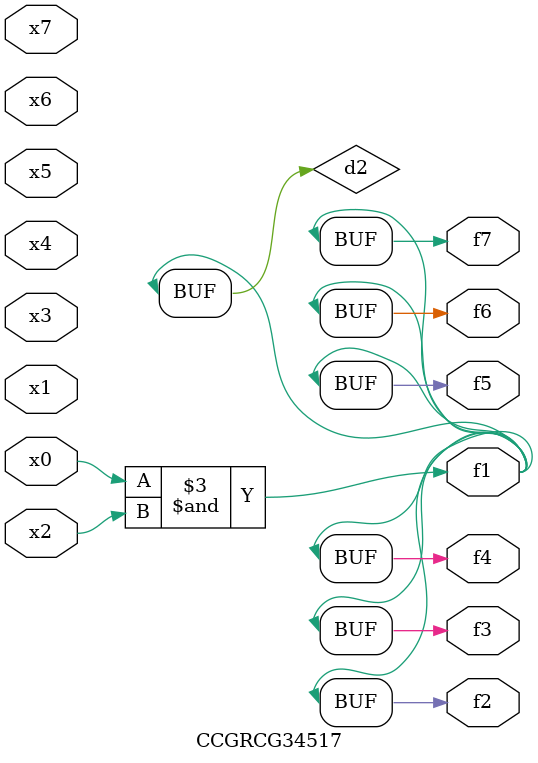
<source format=v>
module CCGRCG34517(
	input x0, x1, x2, x3, x4, x5, x6, x7,
	output f1, f2, f3, f4, f5, f6, f7
);

	wire d1, d2;

	nor (d1, x3, x6);
	and (d2, x0, x2);
	assign f1 = d2;
	assign f2 = d2;
	assign f3 = d2;
	assign f4 = d2;
	assign f5 = d2;
	assign f6 = d2;
	assign f7 = d2;
endmodule

</source>
